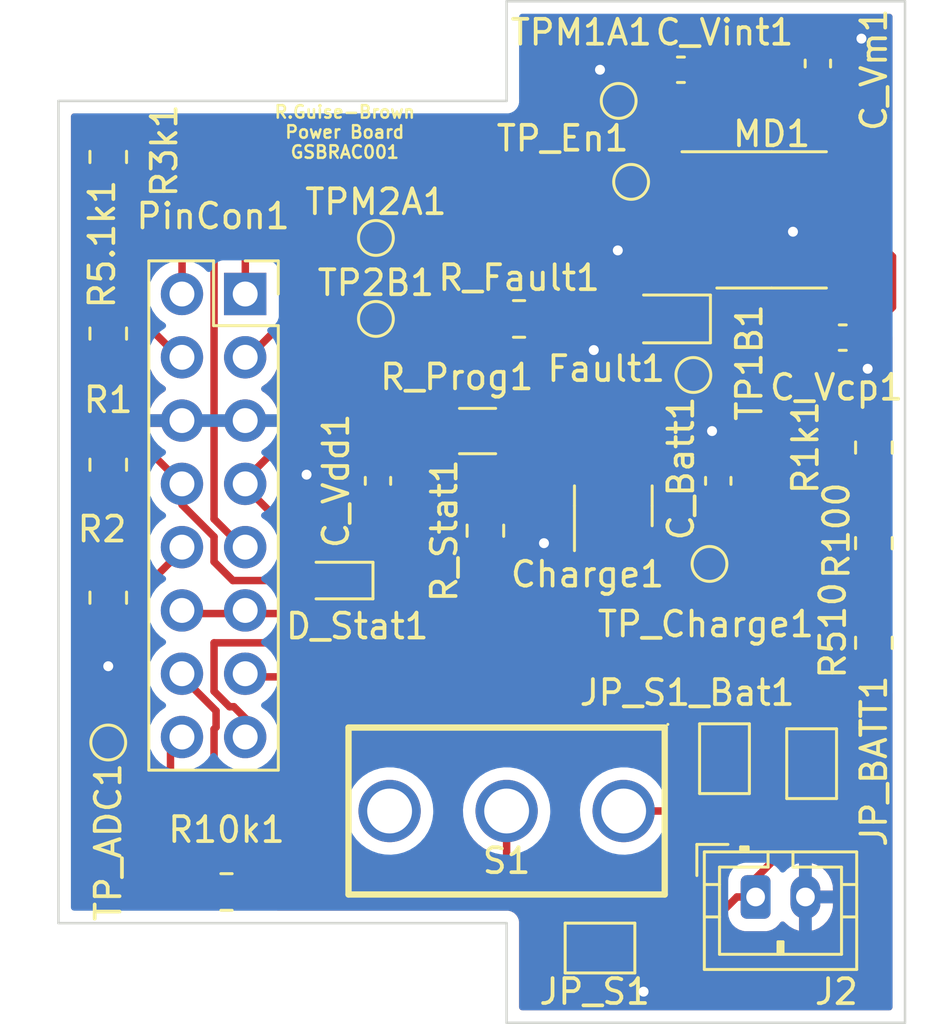
<source format=kicad_pcb>
(kicad_pcb (version 20211014) (generator pcbnew)
  (layers (0 "F.Cu" signal) (31 "B.Cu" signal) (34 "B.Paste" user) (35 "F.Paste" user) (36 "B.SilkS" user "B.Silkscreen") (37 "F.SilkS" user "F.Silkscreen") (38 "B.Mask" user) (39 "F.Mask" user) (44 "Edge.Cuts" user))
  (net 0 "")
  (net 1 "BATT_1")
  (net 2 "GND")
  (net 3 "Net-(C_Vcp1-Pad2)")
  (net 4 "5V_1")
  (net 5 "Net-(C_Vint1-Pad2)")
  (net 6 "VM")
  (net 7 "Net-(D_Stat1-Pad1)")
  (net 8 "Net-(Fault1-Pad2)")
  (net 9 "Net-(JP_S1_Bat1-Pad2)")
  (net 10 "Net-(J2-Pad1)")
  (net 12 "Motor2_A")
  (net 13 "PC6-9 PWM1")
  (net 14 "Motor2_B")
  (net 15 "PC6-9 PWM2")
  (net 16 "Reserve")
  (net 17 "BATT_ADC")
  (net 18 "Motor1_A")
  (net 19 "PC6-9 PWM3")
  (net 20 "Motor1_B")
  (net 21 "PC6-9 PWM4")
  (net 22 "Net-(MD1-Pad8)")
  (net 23 "Net-(Charge1-Pad1)")
  (net 24 "Net-(Charge1-Pad5)")
  (net 25 "Net-(JP_S1-Pad2)")
  (footprint "LED_SMD:LED_0805_2012Metric" (layer "F.Cu") (at 110.5 75.25 180)
    (fp_text reference "Fault1" (at 2.5 -2) (layer "F.SilkS"))
    (fp_text value "LED_Green")
    (fp_line (start 1 -0.96) (end -1.685 -0.96) (layer "F.SilkS") (width 0.12))
    (fp_line (start -1.685 0.96) (end 1 0.96) (layer "F.SilkS") (width 0.12))
    (fp_line (start -1.685 -0.96) (end -1.685 0.96) (layer "F.SilkS") (width 0.12))
    (pad "1" smd roundrect (at -0.9375 0 180) (size 0.975 1.4) (layers "F.Cu" "F.Paste" "F.Mask") (net 2 "GND"))
    (pad "2" smd roundrect (at 0.9375 0 180) (size 0.975 1.4) (layers "F.Cu" "F.Paste" "F.Mask") (net 8 "Net-(Fault1-Pad2)"))
  )
  (footprint "Capacitor_SMD:C_0603_1608Metric" (layer "F.Cu") (at 116.5 65 90)
    (fp_text reference "C_Vm1" (at -0.25 2.25 90) (layer "F.SilkS"))
    (fp_text value "10uF")
    (fp_line (start -0.14058 0.51) (end 0.14058 0.51) (layer "F.SilkS") (width 0.12))
    (fp_line (start -0.14058 -0.51) (end 0.14058 -0.51) (layer "F.SilkS") (width 0.12))
    (pad "1" smd roundrect (at -0.775 0 90) (size 0.9 0.95) (layers "F.Cu" "F.Paste" "F.Mask") (net 6 "VM"))
    (pad "2" smd roundrect (at 0.775 0 90) (size 0.9 0.95) (layers "F.Cu" "F.Paste" "F.Mask") (net 2 "GND"))
  )
  (footprint "LED_SMD:LED_0603_1608Metric" (layer "F.Cu") (at 97.147141 85.75 180)
    (fp_text reference "D_Stat1" (at -0.852859 -1.8325) (layer "F.SilkS"))
    (fp_text value "LED_Red")
    (fp_line (start -1.485 -0.735) (end -1.485 0.735) (layer "F.SilkS") (width 0.12))
    (fp_line (start 0.8 -0.735) (end -1.485 -0.735) (layer "F.SilkS") (width 0.12))
    (fp_line (start -1.485 0.735) (end 0.8 0.735) (layer "F.SilkS") (width 0.12))
    (pad "1" smd roundrect (at -0.7875 0 180) (size 0.875 0.95) (layers "F.Cu" "F.Paste" "F.Mask") (net 7 "Net-(D_Stat1-Pad1)"))
    (pad "2" smd roundrect (at 0.7875 0 180) (size 0.875 0.95) (layers "F.Cu" "F.Paste" "F.Mask") (net 4 "5V_1"))
  )
  (footprint "Resistor_SMD:R_1206_3216Metric" (layer "F.Cu") (at 102.832859 79.75 180)
    (fp_text reference "R_Prog1" (at 0.832859 2.1675) (layer "F.SilkS"))
    (fp_text value "2k")
    (fp_line (start -0.727064 0.91) (end 0.727064 0.91) (layer "F.SilkS") (width 0.12))
    (fp_line (start -0.727064 -0.91) (end 0.727064 -0.91) (layer "F.SilkS") (width 0.12))
    (pad "1" smd roundrect (at -1.4625 0 180) (size 1.125 1.75) (layers "F.Cu" "F.Paste" "F.Mask") (roundrect_rratio 0.2222222222) (net 24 "Net-(Charge1-Pad5)"))
    (pad "2" smd roundrect (at 1.4625 0 180) (size 1.125 1.75) (layers "F.Cu" "F.Paste" "F.Mask") (roundrect_rratio 0.2222222222) (net 2 "GND"))
  )
  (footprint "Resistor_SMD:R_0805_2012Metric" (layer "F.Cu") (at 104.5 75.25)
    (fp_text reference "R_Fault1" (at 0 -1.65) (layer "F.SilkS"))
    (fp_text value "100R")
    (fp_line (start -0.227064 0.735) (end 0.227064 0.735) (layer "F.SilkS") (width 0.12))
    (fp_line (start -0.227064 -0.735) (end 0.227064 -0.735) (layer "F.SilkS") (width 0.12))
    (pad "1" smd roundrect (at -0.9125 0) (size 1.025 1.4) (layers "F.Cu" "F.Paste" "F.Mask") (roundrect_rratio 0.243902439) (net 22 "Net-(MD1-Pad8)"))
    (pad "2" smd roundrect (at 0.9125 0) (size 1.025 1.4) (layers "F.Cu" "F.Paste" "F.Mask") (roundrect_rratio 0.243902439) (net 8 "Net-(Fault1-Pad2)"))
  )
  (footprint "Connector_PinSocket_2.54mm:PinSocket_2x08_P2.54mm_Vertical" (layer "F.Cu") (at 93.5 74.25)
    (fp_text reference "PinCon1" (at -1.29 -3.125) (layer "F.SilkS"))
    (fp_text value "Conn_02x08_Odd_Even")
    (fp_line (start 1.33 -1.33) (end 1.33 0) (layer "F.SilkS") (width 0.12))
    (fp_line (start -1.27 1.27) (end 1.33 1.27) (layer "F.SilkS") (width 0.12))
    (fp_line (start -1.27 -1.33) (end -1.27 1.27) (layer "F.SilkS") (width 0.12))
    (fp_line (start 0 -1.33) (end 1.33 -1.33) (layer "F.SilkS") (width 0.12))
    (fp_line (start -3.87 -1.33) (end -3.87 19.11) (layer "F.SilkS") (width 0.12))
    (fp_line (start -3.87 19.11) (end 1.33 19.11) (layer "F.SilkS") (width 0.12))
    (fp_line (start 1.33 1.27) (end 1.33 19.11) (layer "F.SilkS") (width 0.12))
    (fp_line (start -3.87 -1.33) (end -1.27 -1.33) (layer "F.SilkS") (width 0.12))
    (pad "1" thru_hole rect (at 0 0) (size 1.7 1.7) (drill 1) (layers *.Cu *.Mask) (net 12 "Motor2_A"))
    (pad "2" thru_hole oval (at -2.54 0) (size 1.7 1.7) (drill 1) (layers *.Cu *.Mask) (net 13 "PC6-9 PWM1"))
    (pad "3" thru_hole oval (at 0 2.54) (size 1.7 1.7) (drill 1) (layers *.Cu *.Mask) (net 14 "Motor2_B"))
    (pad "4" thru_hole oval (at -2.54 2.54) (size 1.7 1.7) (drill 1) (layers *.Cu *.Mask) (net 15 "PC6-9 PWM2"))
    (pad "5" thru_hole oval (at 0 5.08) (size 1.7 1.7) (drill 1) (layers *.Cu *.Mask) (net 2 "GND"))
    (pad "6" thru_hole oval (at -2.54 5.08) (size 1.7 1.7) (drill 1) (layers *.Cu *.Mask) (net 2 "GND"))
    (pad "7" thru_hole oval (at 0 7.62) (size 1.7 1.7) (drill 1) (layers *.Cu *.Mask) (net 1 "BATT_1"))
    (pad "8" thru_hole oval (at -2.54 7.62) (size 1.7 1.7) (drill 1) (layers *.Cu *.Mask) (net 1 "BATT_1"))
    (pad "9" thru_hole oval (at 0 10.16) (size 1.7 1.7) (drill 1) (layers *.Cu *.Mask) (net 16 "Reserve"))
    (pad "10" thru_hole oval (at -2.54 10.16) (size 1.7 1.7) (drill 1) (layers *.Cu *.Mask) (net 17 "BATT_ADC"))
    (pad "11" thru_hole oval (at 0 12.7) (size 1.7 1.7) (drill 1) (layers *.Cu *.Mask) (net 4 "5V_1"))
    (pad "12" thru_hole oval (at -2.54 12.7) (size 1.7 1.7) (drill 1) (layers *.Cu *.Mask) (net 4 "5V_1"))
    (pad "13" thru_hole oval (at 0 15.24) (size 1.7 1.7) (drill 1) (layers *.Cu *.Mask) (net 18 "Motor1_A"))
    (pad "14" thru_hole oval (at -2.54 15.24) (size 1.7 1.7) (drill 1) (layers *.Cu *.Mask) (net 19 "PC6-9 PWM3"))
    (pad "15" thru_hole oval (at 0 17.78) (size 1.7 1.7) (drill 1) (layers *.Cu *.Mask) (net 20 "Motor1_B"))
    (pad "16" thru_hole oval (at -2.54 17.78) (size 1.7 1.7) (drill 1) (layers *.Cu *.Mask) (net 21 "PC6-9 PWM4"))
  )
  (footprint "Connector_JST:JST_PH_B2B-PH-K_1x02_P2.00mm_Vertical" (layer "F.Cu") (at 114 98.45)
    (fp_text reference "J2" (at 3.245 3.805) (layer "F.SilkS"))
    (fp_text value "Conn_01x02")
    (fp_line (start 0.9 2.3) (end 0.9 1.8) (layer "F.SilkS") (width 0.12))
    (fp_line (start 0.5 -1.81) (end 0.5 -1.2) (layer "F.SilkS") (width 0.12))
    (fp_line (start 1 2.3) (end 1 1.8) (layer "F.SilkS") (width 0.12))
    (fp_line (start -0.3 -1.81) (end -0.3 -2.01) (layer "F.SilkS") (width 0.12))
    (fp_line (start -2.06 2.91) (end 4.06 2.91) (layer "F.SilkS") (width 0.12))
    (fp_line (start -2.06 0.8) (end -1.45 0.8) (layer "F.SilkS") (width 0.12))
    (fp_line (start 4.06 -0.5) (end 3.45 -0.5) (layer "F.SilkS") (width 0.12))
    (fp_line (start 0.5 -1.2) (end -1.45 -1.2) (layer "F.SilkS") (width 0.12))
    (fp_line (start -2.06 -0.5) (end -1.45 -0.5) (layer "F.SilkS") (width 0.12))
    (fp_line (start 4.06 0.8) (end 3.45 0.8) (layer "F.SilkS") (width 0.12))
    (fp_line (start -2.36 -2.11) (end -2.36 -0.86) (layer "F.SilkS") (width 0.12))
    (fp_line (start -1.45 2.3) (end 3.45 2.3) (layer "F.SilkS") (width 0.12))
    (fp_line (start -0.6 -2.01) (end -0.6 -1.81) (layer "F.SilkS") (width 0.12))
    (fp_line (start -0.3 -2.01) (end -0.6 -2.01) (layer "F.SilkS") (width 0.12))
    (fp_line (start 1.5 -1.2) (end 1.5 -1.81) (layer "F.SilkS") (width 0.12))
    (fp_line (start 4.06 2.91) (end 4.06 -1.81) (layer "F.SilkS") (width 0.12))
    (fp_line (start -1.45 -1.2) (end -1.45 2.3) (layer "F.SilkS") (width 0.12))
    (fp_line (start 4.06 -1.81) (end -2.06 -1.81) (layer "F.SilkS") (width 0.12))
    (fp_line (start 0.9 1.8) (end 1.1 1.8) (layer "F.SilkS") (width 0.12))
    (fp_line (start -0.3 -1.91) (end -0.6 -1.91) (layer "F.SilkS") (width 0.12))
    (fp_line (start 3.45 2.3) (end 3.45 -1.2) (layer "F.SilkS") (width 0.12))
    (fp_line (start 1.1 1.8) (end 1.1 2.3) (layer "F.SilkS") (width 0.12))
    (fp_line (start -1.11 -2.11) (end -2.36 -2.11) (layer "F.SilkS") (width 0.12))
    (fp_line (start 3.45 -1.2) (end 1.5 -1.2) (layer "F.SilkS") (width 0.12))
    (fp_line (start -2.06 -1.81) (end -2.06 2.91) (layer "F.SilkS") (width 0.12))
    (pad "1" thru_hole roundrect (at 0 0) (size 1.2 1.75) (drill 0.75) (layers *.Cu *.Mask) (roundrect_rratio 0.2083333333) (net 10 "Net-(J2-Pad1)"))
    (pad "2" thru_hole oval (at 2 0) (size 1.2 1.75) (drill 0.75) (layers *.Cu *.Mask) (net 2 "GND"))
  )
  (footprint "TestPoint:TestPoint_Pad_D1.0mm" (layer "F.Cu") (at 109 69.75)
    (fp_text reference "TP_En1" (at -2.75 -1.745) (layer "F.SilkS"))
    (fp_text value "TestPoint")
    (fp_circle (center 0 0) (end 0 0.7) (layer "F.SilkS") (width 0.12) (fill none))
    (pad "1" smd circle (at 0 0) (size 1 1) (layers "F.Cu" "F.Mask") (net 16 "Reserve"))
  )
  (footprint "TestPoint:TestPoint_Pad_D1.0mm" (layer "F.Cu") (at 108.5 66.5)
    (fp_text reference "TPM1A1" (at -1.5 -2.75) (layer "F.SilkS"))
    (fp_text value "TestPoint")
    (fp_circle (center 0 0) (end 0 0.7) (layer "F.SilkS") (width 0.12) (fill none))
    (pad "1" smd circle (at 0 0) (size 1 1) (layers "F.Cu" "F.Mask") (net 18 "Motor1_A"))
  )
  (footprint "TestPoint:TestPoint_Pad_D1.0mm" (layer "F.Cu") (at 98.75 72)
    (fp_text reference "TPM2A1" (at 0 -1.448) (layer "F.SilkS"))
    (fp_text value "TestPoint")
    (fp_circle (center 0 0) (end 0 0.7) (layer "F.SilkS") (width 0.12) (fill none))
    (pad "1" smd circle (at 0 0) (size 1 1) (layers "F.Cu" "F.Mask") (net 12 "Motor2_A"))
  )
  (footprint "Resistor_SMD:R_0805_2012Metric" (layer "F.Cu") (at 88 81.10125 -90)
    (fp_text reference "R1" (at -2.60125 0 180) (layer "F.SilkS"))
    (fp_text value "1.2kR")
    (fp_line (start -0.227064 0.735) (end 0.227064 0.735) (layer "F.SilkS") (width 0.12))
    (fp_line (start -0.227064 -0.735) (end 0.227064 -0.735) (layer "F.SilkS") (width 0.12))
    (pad "1" smd roundrect (at -0.9125 0 270) (size 1.025 1.4) (layers "F.Cu" "F.Paste" "F.Mask") (roundrect_rratio 0.243902439) (net 1 "BATT_1"))
    (pad "2" smd roundrect (at 0.9125 0 270) (size 1.025 1.4) (layers "F.Cu" "F.Paste" "F.Mask") (roundrect_rratio 0.243902439) (net 17 "BATT_ADC"))
  )
  (footprint "Resistor_SMD:R_0805_2012Metric" (layer "F.Cu") (at 118.75 88.25 90)
    (fp_text reference "R510" (at 0.5 -1.65 90) (layer "F.SilkS"))
    (fp_text value "510")
    (fp_line (start -0.227064 -0.735) (end 0.227064 -0.735) (layer "F.SilkS") (width 0.12))
    (fp_line (start -0.227064 0.735) (end 0.227064 0.735) (layer "F.SilkS") (width 0.12))
    (pad "1" smd roundrect (at -0.9125 0 90) (size 1.025 1.4) (layers "F.Cu" "F.Paste" "F.Mask") (roundrect_rratio 0.243902439))
    (pad "2" smd roundrect (at 0.9125 0 90) (size 1.025 1.4) (layers "F.Cu" "F.Paste" "F.Mask") (roundrect_rratio 0.243902439))
  )
  (footprint "Resistor_SMD:R_0805_2012Metric" (layer "F.Cu") (at 103.147141 83.75 90)
    (fp_text reference "R_Stat1" (at 0 -1.65 90) (layer "F.SilkS"))
    (fp_text value "470R")
    (fp_line (start -0.227064 0.735) (end 0.227064 0.735) (layer "F.SilkS") (width 0.12))
    (fp_line (start -0.227064 -0.735) (end 0.227064 -0.735) (layer "F.SilkS") (width 0.12))
    (pad "1" smd roundrect (at -0.9125 0 90) (size 1.025 1.4) (layers "F.Cu" "F.Paste" "F.Mask") (roundrect_rratio 0.243902439) (net 7 "Net-(D_Stat1-Pad1)"))
    (pad "2" smd roundrect (at 0.9125 0 90) (size 1.025 1.4) (layers "F.Cu" "F.Paste" "F.Mask") (roundrect_rratio 0.243902439) (net 23 "Net-(Charge1-Pad1)"))
  )
  (footprint "TestPoint:TestPoint_Pad_D1.0mm" (layer "F.Cu") (at 112.147141 85.0825)
    (fp_text reference "TP_Charge1" (at -0.147141 2.4175) (layer "F.SilkS"))
    (fp_text value "TestPoint")
    (fp_circle (center 0 0) (end 0 0.7) (layer "F.SilkS") (width 0.12) (fill none))
    (pad "1" smd circle (at 0 0) (size 1 1) (layers "F.Cu" "F.Mask") (net 1 "BATT_1"))
  )
  (footprint "SS-12D10L5:SW-TH_SS-12D10L5" (layer "F.Cu") (at 104 95 180)
    (fp_text reference "S1" (at 0 -2) (layer "F.SilkS"))
    (fp_text value "SS-12D10L5")
    (fp_line (start -6.350013 3.350013) (end 6.350013 3.350013) (layer "F.SilkS") (width 0.254001))
    (fp_line (start 6.350013 -3.350013) (end -6.350013 -3.350013) (layer "F.SilkS") (width 0.254001))
    (fp_line (start 6.350013 3.350013) (end 6.350013 -3.350013) (layer "F.SilkS") (width 0.254001))
    (fp_line (start -6.350013 -3.350013) (end -6.350013 3.350013) (layer "F.SilkS") (width 0.254001))
    (fp_circle (center -6.477013 3.477013) (end -6.447015 3.477013) (layer "F.SilkS") (width 0.059995) (fill none))
    (pad "1" thru_hole circle locked (at -4.700025 0 180) (size 2.5 2.5) (drill 1.8) (layers *.Cu *.Mask) (net 9 "Net-(JP_S1_Bat1-Pad2)"))
    (pad "2" thru_hole circle locked (at 0 0 180) (size 2.5 2.5) (drill 1.8) (layers *.Cu *.Mask) (net 25 "Net-(JP_S1-Pad2)"))
    (pad "3" thru_hole circle locked (at 4.700025 0 180) (size 2.5 2.5) (drill 1.8) (layers *.Cu *.Mask))
  )
  (footprint "Capacitor_SMD:C_0603_1608Metric" (layer "F.Cu") (at 117.5 76)
    (fp_text reference "C_Vcp1" (at -0.25 2) (layer "F.SilkS"))
    (fp_text value "10nF")
    (fp_line (start -0.14058 -0.51) (end 0.14058 -0.51) (layer "F.SilkS") (width 0.12))
    (fp_line (start -0.14058 0.51) (end 0.14058 0.51) (layer "F.SilkS") (width 0.12))
    (pad "1" smd roundrect (at -0.775 0) (size 0.9 0.95) (layers "F.Cu" "F.Paste" "F.Mask") (net 2 "GND"))
    (pad "2" smd roundrect (at 0.775 0) (size 0.9 0.95) (layers "F.Cu" "F.Paste" "F.Mask") (net 3 "Net-(C_Vcp1-Pad2)"))
  )
  (footprint "Jumper:SolderJumper-2_P1.3mm_Open_Pad1.0x1.5mm" (layer "F.Cu") (at 116.25 93.1 90)
    (fp_text reference "JP_BATT1" (at 0.1 2.5 90) (layer "F.SilkS"))
    (fp_text value "Jumper_2_Open")
    (fp_line (start -1.4 1) (end -1.4 -1) (layer "F.SilkS") (width 0.12))
    (fp_line (start 1.4 1) (end -1.4 1) (layer "F.SilkS") (width 0.12))
    (fp_line (start 1.4 -1) (end 1.4 1) (layer "F.SilkS") (width 0.12))
    (fp_line (start -1.4 -1) (end 1.4 -1) (layer "F.SilkS") (width 0.12))
    (pad "1" smd rect (at -0.65 0 90) (size 1 1.5) (layers "F.Cu" "F.Mask") (net 10 "Net-(J2-Pad1)"))
    (pad "2" smd rect (at 0.65 0 90) (size 1 1.5) (layers "F.Cu" "F.Mask") (net 1 "BATT_1"))
  )
  (footprint "Jumper:SolderJumper-2_P1.3mm_Open_Pad1.0x1.5mm" (layer "F.Cu") (at 112.75 92.9 -90)
    (fp_text reference "JP_S1_Bat1" (at -2.65 1.5 -180) (layer "F.SilkS"))
    (fp_text value "Jumper_2_Open")
    (fp_line (start -1.4 1) (end -1.4 -1) (layer "F.SilkS") (width 0.12))
    (fp_line (start -1.4 -1) (end 1.4 -1) (layer "F.SilkS") (width 0.12))
    (fp_line (start 1.4 1) (end -1.4 1) (layer "F.SilkS") (width 0.12))
    (fp_line (start 1.4 -1) (end 1.4 1) (layer "F.SilkS") (width 0.12))
    (pad "1" smd rect (at -0.65 0 270) (size 1 1.5) (layers "F.Cu" "F.Mask") (net 1 "BATT_1"))
    (pad "2" smd rect (at 0.65 0 270) (size 1 1.5) (layers "F.Cu" "F.Mask") (net 9 "Net-(JP_S1_Bat1-Pad2)"))
  )
  (footprint "Resistor_SMD:R_0805_2012Metric" (layer "F.Cu") (at 88 75.8375 90)
    (fp_text reference "R5.1k1" (at 3.5875 -0.25 90) (layer "F.SilkS"))
    (fp_text value "5.1k")
    (fp_line (start -0.227064 0.735) (end 0.227064 0.735) (layer "F.SilkS") (width 0.12))
    (fp_line (start -0.227064 -0.735) (end 0.227064 -0.735) (layer "F.SilkS") (width 0.12))
    (pad "1" smd roundrect (at -0.9125 0 90) (size 1.025 1.4) (layers "F.Cu" "F.Paste" "F.Mask") (roundrect_rratio 0.243902439))
    (pad "2" smd roundrect (at 0.9125 0 90) (size 1.025 1.4) (layers "F.Cu" "F.Paste" "F.Mask") (roundrect_rratio 0.243902439))
  )
  (footprint "Resistor_SMD:R_0805_2012Metric" (layer "F.Cu") (at 88 86.43875 90)
    (fp_text reference "R2" (at 2.75 -0.25) (layer "F.SilkS"))
    (fp_text value "3.0kR")
    (fp_line (start -0.227064 0.735) (end 0.227064 0.735) (layer "F.SilkS") (width 0.12))
    (fp_line (start -0.227064 -0.735) (end 0.227064 -0.735) (layer "F.SilkS") (width 0.12))
    (pad "1" smd roundrect (at -0.9125 0 90) (size 1.025 1.4) (layers "F.Cu" "F.Paste" "F.Mask") (roundrect_rratio 0.243902439) (net 2 "GND"))
    (pad "2" smd roundrect (at 0.9125 0 90) (size 1.025 1.4) (layers "F.Cu" "F.Paste" "F.Mask") (roundrect_rratio 0.243902439) (net 17 "BATT_ADC"))
  )
  (footprint "Resistor_SMD:R_0805_2012Metric" (layer "F.Cu") (at 92.75 98.25 180)
    (fp_text reference "R10k1" (at 0 2.5) (layer "F.SilkS"))
    (fp_text value "10k")
    (fp_line (start -0.227064 0.735) (end 0.227064 0.735) (layer "F.SilkS") (width 0.12))
    (fp_line (start -0.227064 -0.735) (end 0.227064 -0.735) (layer "F.SilkS") (width 0.12))
    (pad "1" smd roundrect (at -0.9125 0 180) (size 1.025 1.4) (layers "F.Cu" "F.Paste" "F.Mask") (roundrect_rratio 0.243902439))
    (pad "2" smd roundrect (at 0.9125 0 180) (size 1.025 1.4) (layers "F.Cu" "F.Paste" "F.Mask") (roundrect_rratio 0.243902439))
  )
  (footprint "TestPoint:TestPoint_Pad_D1.0mm" (layer "F.Cu") (at 111.5 77.5)
    (fp_text reference "TP1B1" (at 2.25 -0.5 90) (layer "F.SilkS"))
    (fp_text value "TestPoint")
    (fp_circle (center 0 0) (end 0 0.7) (layer "F.SilkS") (width 0.12) (fill none))
    (pad "1" smd circle (at 0 0) (size 1 1) (layers "F.Cu" "F.Mask") (net 20 "Motor1_B"))
  )
  (footprint "Package_TO_SOT_SMD:SOT-23-5" (layer "F.Cu") (at 108.284641 82.75 90)
    (fp_text reference "Charge1" (at -2.75 -1.034641 180) (layer "F.SilkS"))
    (fp_text value "MCP73831-2-OT")
    (fp_line (start 0 1.56) (end -0.8 1.56) (layer "F.SilkS") (width 0.12))
    (fp_line (start 0 -1.56) (end 0.8 -1.56) (layer "F.SilkS") (width 0.12))
    (fp_line (start 0 1.56) (end 0.8 1.56) (layer "F.SilkS") (width 0.12))
    (fp_line (start 0 -1.56) (end -1.8 -1.56) (layer "F.SilkS") (width 0.12))
    (pad "1" smd roundrect (at -1.1375 -0.95 90) (size 1.325 0.6) (layers "F.Cu" "F.Paste" "F.Mask") (net 23 "Net-(Charge1-Pad1)"))
    (pad "2" smd roundrect (at -1.1375 0 90) (size 1.325 0.6) (layers "F.Cu" "F.Paste" "F.Mask") (net 2 "GND"))
    (pad "3" smd roundrect (at -1.1375 0.95 90) (size 1.325 0.6) (layers "F.Cu" "F.Paste" "F.Mask") (net 1 "BATT_1"))
    (pad "4" smd roundrect (at 1.1375 0.95 90) (size 1.325 0.6) (layers "F.Cu" "F.Paste" "F.Mask") (net 4 "5V_1"))
    (pad "5" smd roundrect (at 1.1375 -0.95 90) (size 1.325 0.6) (layers "F.Cu" "F.Paste" "F.Mask") (net 24 "Net-(Charge1-Pad5)"))
  )
  (footprint "Resistor_SMD:R_0805_2012Metric" (layer "F.Cu") (at 88 68.75 90)
    (fp_text reference "R3k1" (at 0.25 2.25 90) (layer "F.SilkS"))
    (fp_text value "3k")
    (fp_line (start -0.227064 0.735) (end 0.227064 0.735) (layer "F.SilkS") (width 0.12))
    (fp_line (start -0.227064 -0.735) (end 0.227064 -0.735) (layer "F.SilkS") (width 0.12))
    (pad "1" smd roundrect (at -0.9125 0 90) (size 1.025 1.4) (layers "F.Cu" "F.Paste" "F.Mask") (roundrect_rratio 0.243902439))
    (pad "2" smd roundrect (at 0.9125 0 90) (size 1.025 1.4) (layers "F.Cu" "F.Paste" "F.Mask") (roundrect_rratio 0.243902439))
  )
  (footprint "Package_SO:TSSOP-16_4.4x5mm_P0.65mm" (layer "F.Cu") (at 114.6425 71.275)
    (fp_text reference "MD1" (at 0 -3.45) (layer "F.SilkS"))
    (fp_text value "DRV8833PW")
    (fp_line (start 0 2.735) (end -2.2 2.735) (layer "F.SilkS") (width 0.12))
    (fp_line (start 0 -2.735) (end 2.2 -2.735) (layer "F.SilkS") (width 0.12))
    (fp_line (start 0 2.735) (end 2.2 2.735) (layer "F.SilkS") (width 0.12))
    (fp_line (start 0 -2.735) (end -3.6 -2.735) (layer "F.SilkS") (width 0.12))
    (pad "1" smd roundrect (at -2.8625 -2.275) (size 1.475 0.4) (layers "F.Cu" "F.Paste" "F.Mask") (net 16 "Reserve"))
    (pad "2" smd roundrect (at -2.8625 -1.625) (size 1.475 0.4) (layers "F.Cu" "F.Paste" "F.Mask") (net 18 "Motor1_A"))
    (pad "3" smd roundrect (at -2.8625 -0.975) (size 1.475 0.4) (layers "F.Cu" "F.Paste" "F.Mask") (net 2 "GND"))
    (pad "4" smd roundrect (at -2.8625 -0.325) (size 1.475 0.4) (layers "F.Cu" "F.Paste" "F.Mask") (net 12 "Motor2_A"))
    (pad "5" smd roundrect (at -2.8625 0.325) (size 1.475 0.4) (layers "F.Cu" "F.Paste" "F.Mask") (net 14 "Motor2_B"))
    (pad "6" smd roundrect (at -2.8625 0.975) (size 1.475 0.4) (layers "F.Cu" "F.Paste" "F.Mask") (net 2 "GND"))
    (pad "7" smd roundrect (at -2.8625 1.625) (size 1.475 0.4) (layers "F.Cu" "F.Paste" "F.Mask") (net 20 "Motor1_B"))
    (pad "8" smd roundrect (at -2.8625 2.275) (size 1.475 0.4) (layers "F.Cu" "F.Paste" "F.Mask") (net 22 "Net-(MD1-Pad8)"))
    (pad "9" smd roundrect (at 2.8625 2.275) (size 1.475 0.4) (layers "F.Cu" "F.Paste" "F.Mask") (net 19 "PC6-9 PWM3"))
    (pad "10" smd roundrect (at 2.8625 1.625) (size 1.475 0.4) (layers "F.Cu" "F.Paste" "F.Mask") (net 21 "PC6-9 PWM4"))
    (pad "11" smd roundrect (at 2.8625 0.975) (size 1.475 0.4) (layers "F.Cu" "F.Paste" "F.Mask") (net 3 "Net-(C_Vcp1-Pad2)"))
    (pad "12" smd roundrect (at 2.8625 0.325) (size 1.475 0.4) (layers "F.Cu" "F.Paste" "F.Mask") (net 6 "VM"))
    (pad "13" smd roundrect (at 2.8625 -0.325) (size 1.475 0.4) (layers "F.Cu" "F.Paste" "F.Mask") (net 2 "GND"))
    (pad "14" smd roundrect (at 2.8625 -0.975) (size 1.475 0.4) (layers "F.Cu" "F.Paste" "F.Mask") (net 5 "Net-(C_Vint1-Pad2)"))
    (pad "15" smd roundrect (at 2.8625 -1.625) (size 1.475 0.4) (layers "F.Cu" "F.Paste" "F.Mask") (net 15 "PC6-9 PWM2"))
    (pad "16" smd roundrect (at 2.8625 -2.275) (size 1.475 0.4) (layers "F.Cu" "F.Paste" "F.Mask") (net 13 "PC6-9 PWM1"))
  )
  (footprint "Capacitor_SMD:C_0603_1608Metric" (layer "F.Cu") (at 112.5 81.75 90)
    (fp_text reference "C_Batt1" (at 0.5 -1.5 90) (layer "F.SilkS"))
    (fp_text value "4.7uF")
    (fp_line (start -0.14058 0.51) (end 0.14058 0.51) (layer "F.SilkS") (width 0.12))
    (fp_line (start -0.14058 -0.51) (end 0.14058 -0.51) (layer "F.SilkS") (width 0.12))
    (pad "1" smd roundrect (at -0.775 0 90) (size 0.9 0.95) (layers "F.Cu" "F.Paste" "F.Mask") (net 1 "BATT_1"))
    (pad "2" smd roundrect (at 0.775 0 90) (size 0.9 0.95) (layers "F.Cu" "F.Paste" "F.Mask") (net 2 "GND"))
  )
  (footprint "Resistor_SMD:R_0805_2012Metric" (layer "F.Cu") (at 118.75 84.25 90)
    (fp_text reference "R100" (at 0.5 -1.5 90) (layer "F.SilkS"))
    (fp_text value "100R")
    (fp_line (start -0.227064 -0.735) (end 0.227064 -0.735) (layer "F.SilkS") (width 0.12))
    (fp_line (start -0.227064 0.735) (end 0.227064 0.735) (layer "F.SilkS") (width 0.12))
    (pad "1" smd roundrect (at -0.9125 0 90) (size 1.025 1.4) (layers "F.Cu" "F.Paste" "F.Mask") (roundrect_rratio 0.243902439))
    (pad "2" smd roundrect (at 0.9125 0 90) (size 1.025 1.4) (layers "F.Cu" "F.Paste" "F.Mask") (roundrect_rratio 0.243902439))
  )
  (footprint "Resistor_SMD:R_0805_2012Metric" (layer "F.Cu") (at 118.75 80.4125 90)
    (fp_text reference "R1k1" (at 0 -2.75 90) (layer "F.SilkS"))
    (fp_text value "1k")
    (fp_line (start -0.227064 -0.735) (end 0.227064 -0.735) (layer "F.SilkS") (width 0.12))
    (fp_line (start -0.227064 0.735) (end 0.227064 0.735) (layer "F.SilkS") (width 0.12))
    (pad "1" smd roundrect (at -0.9125 0 90) (size 1.025 1.4) (layers "F.Cu" "F.Paste" "F.Mask") (roundrect_rratio 0.243902439))
    (pad "2" smd roundrect (at 0.9125 0 90) (size 1.025 1.4) (layers "F.Cu" "F.Paste" "F.Mask") (roundrect_rratio 0.243902439))
  )
  (footprint "Jumper:SolderJumper-2_P1.3mm_Open_Pad1.0x1.5mm" (layer "F.Cu") (at 107.75 100.5 180)
    (fp_text reference "JP_S1" (at 0.215 -1.75) (layer "F.SilkS"))
    (fp_text value "Jumper_2_Open")
    (fp_line (start 1.4 -1) (end 1.4 1) (layer "F.SilkS") (width 0.12))
    (fp_line (start 1.4 1) (end -1.4 1) (layer "F.SilkS") (width 0.12))
    (fp_line (start -1.4 -1) (end 1.4 -1) (layer "F.SilkS") (width 0.12))
    (fp_line (start -1.4 1) (end -1.4 -1) (layer "F.SilkS") (width 0.12))
    (pad "1" smd rect (at -0.65 0 180) (size 1 1.5) (layers "F.Cu" "F.Mask") (net 10 "Net-(J2-Pad1)"))
    (pad "2" smd rect (at 0.65 0 180) (size 1 1.5) (layers "F.Cu" "F.Mask") (net 25 "Net-(JP_S1-Pad2)"))
  )
  (footprint "TestPoint:TestPoint_Pad_D1.0mm" (layer "F.Cu") (at 88 92.25)
    (fp_text reference "TP_ADC1" (at 0 4 90) (layer "F.SilkS"))
    (fp_text value "TestPoint")
    (fp_circle (center 0 0) (end 0 0.7) (layer "F.SilkS") (width 0.12) (fill none))
    (pad "1" smd circle (at 0 0) (size 1 1) (layers "F.Cu" "F.Mask") (net 17 "BATT_ADC"))
  )
  (footprint "TestPoint:TestPoint_Pad_D1.0mm" (layer "F.Cu") (at 98.75 75.25)
    (fp_text reference "TP2B1" (at 0 -1.448) (layer "F.SilkS"))
    (fp_text value "TestPoint")
    (fp_circle (center 0 0) (end 0 0.7) (layer "F.SilkS") (width 0.12) (fill none))
    (pad "1" smd circle (at 0 0) (size 1 1) (layers "F.Cu" "F.Mask") (net 14 "Motor2_B"))
  )
  (footprint "Capacitor_SMD:C_0603_1608Metric" (layer "F.Cu") (at 111 65.25)
    (fp_text reference "C_Vint1" (at 1.75 -1.5) (layer "F.SilkS"))
    (fp_text value "2.2uF")
    (fp_line (start -0.14058 -0.51) (end 0.14058 -0.51) (layer "F.SilkS") (width 0.12))
    (fp_line (start -0.14058 0.51) (end 0.14058 0.51) (layer "F.SilkS") (width 0.12))
    (pad "1" smd roundrect (at -0.775 0) (size 0.9 0.95) (layers "F.Cu" "F.Paste" "F.Mask") (net 2 "GND"))
    (pad "2" smd roundrect (at 0.775 0) (size 0.9 0.95) (layers "F.Cu" "F.Paste" "F.Mask") (net 5 "Net-(C_Vint1-Pad2)"))
  )
  (footprint "Capacitor_SMD:C_0603_1608Metric" (layer "F.Cu") (at 98.832859 81.75 90)
    (fp_text reference "C_Vdd1" (at 0 -1.685718 90) (layer "F.SilkS"))
    (fp_text value "4.7uF")
    (fp_line (start -0.14058 -0.51) (end 0.14058 -0.51) (layer "F.SilkS") (width 0.12))
    (fp_line (start -0.14058 0.51) (end 0.14058 0.51) (layer "F.SilkS") (width 0.12))
    (pad "1" smd roundrect (at -0.775 0 90) (size 0.9 0.95) (layers "F.Cu" "F.Paste" "F.Mask") (net 4 "5V_1"))
    (pad "2" smd roundrect (at 0.775 0 90) (size 0.9 0.95) (layers "F.Cu" "F.Paste" "F.Mask") (net 2 "GND"))
  )
  (gr_line (start 86 66.5) (end 104 66.5) (layer "Edge.Cuts") (width 0.1))
  (gr_line (start 120 103.5) (end 120 62.5) (layer "Edge.Cuts") (width 0.1))
  (gr_line (start 86 99.5) (end 104 99.5) (layer "Edge.Cuts") (width 0.1))
  (gr_line (start 104 99.5) (end 104 103.5) (layer "Edge.Cuts") (width 0.1))
  (gr_line (start 104 103.5) (end 120 103.5) (layer "Edge.Cuts") (width 0.1))
  (gr_line (start 104 66.5) (end 104 62.5) (layer "Edge.Cuts") (width 0.1))
  (gr_line (start 86 99.5) (end 86 66.5) (layer "Edge.Cuts") (width 0.1))
  (gr_line (start 104 62.5) (end 120 62.5) (layer "Edge.Cuts") (width 0.1))
  (gr_text "R.Guise-Brown\nPower Board\nGSBRAC001" (at 97.5 67.75) (layer "F.SilkS") (effects (font (size 0.5 0.5) (thickness 0.1))))
  (segment (start 90.965 81.995) (end 90.965 82.71) (width 0.3) (layer "F.Cu") (net 1))
  (segment (start 89.27875 80.18875) (end 90.96 81.87) (width 0.3) (layer "F.Cu") (net 1))
  (segment (start 110.775 82.525) (end 110.172621 81.922621) (width 0.3) (layer "F.Cu") (net 1))
  (segment (start 88 80.18875) (end 89.27875 80.18875) (width 0.3) (layer "F.Cu") (net 1))
  (segment (start 86.75 93.5) (end 89.75 96.5) (width 0.3) (layer "F.Cu") (net 1))
  (segment (start 110.172621 78.25) (end 96.955027 78.25) (width 0.3) (layer "F.Cu") (net 1))
  (segment (start 92.25 84.995) (end 93.005 85.75) (width 0.3) (layer "F.Cu") (net 1))
  (segment (start 96 96.5) (end 96.5 97) (width 0.3) (layer "F.Cu") (net 1))
  (segment (start 112.147141 85.0825) (end 112.147141 82.877859) (width 0.3) (layer "F.Cu") (net 1))
  (segment (start 112.75 92.25) (end 116.05 92.25) (width 0.3) (layer "F.Cu") (net 1))
  (segment (start 95.505 83.995) (end 93.505 81.995) (width 0.3) (layer "F.Cu") (net 1))
  (segment (start 93.505 81.700027) (end 93.505 81.995) (width 0.3) (layer "F.Cu") (net 1))
  (segment (start 96.5 97) (end 101.5 97) (width 0.3) (layer "F.Cu") (net 1))
  (segment (start 89.75 96.5) (end 96 96.5) (width 0.3) (layer "F.Cu") (net 1))
  (segment (start 86.75 93.5) (end 86.75 81.43875) (width 0.3) (layer "F.Cu") (net 1))
  (segment (start 95.005 85.75) (end 95.505 85.25) (width 0.3) (layer "F.Cu") (net 1))
  (segment (start 101.5 93) (end 102.25 92.25) (width 0.3) (layer "F.Cu") (net 1))
  (segment (start 116.05 92.25) (end 116.25 92.45) (width 0.3) (layer "F.Cu") (net 1))
  (segment (start 92.25 83.995) (end 92.25 84.995) (width 0.3) (layer "F.Cu") (net 1))
  (segment (start 110.172621 81.922621) (end 110.172621 78.25) (width 0.3) (layer "F.Cu") (net 1))
  (segment (start 112.147141 82.877859) (end 112.5 82.525) (width 0.3) (layer "F.Cu") (net 1))
  (segment (start 95.505 85.25) (end 95.505 83.995) (width 0.3) (layer "F.Cu") (net 1))
  (segment (start 109.234641 83.8875) (end 110.429641 85.0825) (width 0.3) (layer "F.Cu") (net 1))
  (segment (start 101.5 97) (end 101.5 93) (width 0.3) (layer "F.Cu") (net 1))
  (segment (start 96.955027 78.25) (end 93.505 81.700027) (width 0.3) (layer "F.Cu") (net 1))
  (segment (start 110.429641 85.0825) (end 112.147141 85.0825) (width 0.3) (layer "F.Cu") (net 1))
  (segment (start 112.75 92.25) (end 102.25 92.25) (width 0.3) (layer "F.Cu") (net 1))
  (segment (start 90.965 82.71) (end 92.25 83.995) (width 0.3) (layer "F.Cu") (net 1))
  (segment (start 112.5 82.525) (end 110.775 82.525) (width 0.3) (layer "F.Cu") (net 1))
  (segment (start 86.75 81.43875) (end 88 80.18875) (width 0.3) (layer "F.Cu") (net 1))
  (segment (start 93.005 85.75) (end 95.005 85.75) (width 0.3) (layer "F.Cu") (net 1))
  (segment (start 108.715 72.25) (end 111.78 72.25) (width 0.3) (layer "F.Cu") (net 2))
  (segment (start 112.81 70.3) (end 113.505 70.995) (width 0.3) (layer "F.Cu") (net 2))
  (segment (start 113.505 71.463821) (end 112.718821 72.25) (width 0.3) (layer "F.Cu") (net 2))
  (segment (start 112.718821 72.25) (end 111.78 72.25) (width 0.3) (layer "F.Cu") (net 2))
  (segment (start 88 89.18875) (end 88 87.35125) (width 0.3) (layer "F.Cu") (net 2))
  (segment (start 88 87.35125) (end 88.07 87.35125) (width 0.3) (layer "F.Cu") (net 2))
  (segment (start 115.5 71.75) (end 116.3 70.95) (width 0.3) (layer "F.Cu") (net 2))
  (segment (start 111.78 70.3) (end 112.81 70.3) (width 0.3) (layer "F.Cu") (net 2))
  (segment (start 108.465 72.5) (end 108.715 72.25) (width 0.3) (layer "F.Cu") (net 2))
  (segment (start 113.505 70.995) (end 113.505 71.463821) (width 0.3) (layer "F.Cu") (net 2))
  (segment (start 116.3 70.95) (end 117.505 70.95) (width 0.3) (layer "F.Cu") (net 2))
  (via (at 107.5 76.5) (size 0.8) (drill 0.4) (layers "F.Cu" "B.Cu") (net 2))
  (via (at 118.25 64) (size 0.8) (drill 0.4) (layers "F.Cu" "B.Cu") (net 2))
  (via (at 108.465 72.5) (size 0.8) (drill 0.4) (layers "F.Cu" "B.Cu") (net 2))
  (via (at 112.25 79.75) (size 0.8) (drill 0.4) (layers "F.Cu" "B.Cu") (net 2))
  (via (at 88 89.18875) (size 0.8) (drill 0.4) (layers "F.Cu" "B.Cu") (net 2))
  (via (at 95.965 81.5) (size 0.8) (drill 0.4) (layers "F.Cu" "B.Cu") (net 2))
  (via (at 115.5 71.75) (size 0.8) (drill 0.4) (layers "F.Cu" "B.Cu") (net 2))
  (via (at 109.5 102.25) (size 0.8) (drill 0.4) (layers "F.Cu" "B.Cu") (net 2))
  (via (at 105.5 84.25) (size 0.8) (drill 0.4) (layers "F.Cu" "B.Cu") (net 2))
  (via (at 118.5 77.25) (size 0.8) (drill 0.4) (layers "F.Cu" "B.Cu") (net 2))
  (via (at 107.75 65.25) (size 0.8) (drill 0.4) (layers "F.Cu" "B.Cu") (net 2))
  (segment (start 119.5 74.775) (end 119.5 72.75) (width 0.3) (layer "F.Cu") (net 3))
  (segment (start 119.5 72.75) (end 118.95 72.2) (width 0.3) (layer "F.Cu") (net 3))
  (segment (start 117.555 72.2) (end 117.505 72.25) (width 0.3) (layer "F.Cu") (net 3))
  (segment (start 118.95 72.2) (end 117.555 72.2) (width 0.3) (layer "F.Cu") (net 3))
  (segment (start 118.275 76) (end 119.5 74.775) (width 0.3) (layer "F.Cu") (net 3))
  (segment (start 93.505 87.075) (end 95.034641 87.075) (width 0.3) (layer "F.Cu") (net 4))
  (segment (start 107.971661 82.87548) (end 107.927734 82.87548) (width 0.3) (layer "F.Cu") (net 4))
  (segment (start 95.034641 87.075) (end 96.359641 85.75) (width 0.3) (layer "F.Cu") (net 4))
  (segment (start 107.927734 82.87548) (end 107.809641 82.993573) (width 0.3) (layer "F.Cu") (net 4))
  (segment (start 96.359641 85.75) (end 98.359641 83.75) (width 0.3) (layer "F.Cu") (net 4))
  (segment (start 100.832859 82.75) (end 99.057859 82.75) (width 0.3) (layer "F.Cu") (net 4))
  (segment (start 107.809641 82.993573) (end 107.691548 82.87548) (width 0.3) (layer "F.Cu") (net 4))
  (segment (start 106.968036 82.885177) (end 105.832859 81.75) (width 0.3) (layer "F.Cu") (net 4))
  (segment (start 90.965 87.075) (end 93.505 87.075) (width 0.3) (layer "F.Cu") (net 4))
  (segment (start 99.057859 82.75) (end 98.832859 82.525) (width 0.3) (layer "F.Cu") (net 4))
  (segment (start 109.234641 81.6125) (end 107.971661 82.87548) (width 0.3) (layer "F.Cu") (net 4))
  (segment (start 98.359641 83.75) (end 98.832859 83.75) (width 0.3) (layer "F.Cu") (net 4))
  (segment (start 101.832859 81.75) (end 100.832859 82.75) (width 0.3) (layer "F.Cu") (net 4))
  (segment (start 107.691548 82.87548) (end 106.977734 82.87548) (width 0.3) (layer "F.Cu") (net 4))
  (segment (start 105.832859 81.75) (end 101.832859 81.75) (width 0.3) (layer "F.Cu") (net 4))
  (segment (start 98.832859 83.75) (end 98.832859 82.525) (width 0.3) (layer "F.Cu") (net 4))
  (segment (start 106.977734 82.87548) (end 106.968036 82.885177) (width 0.3) (layer "F.Cu") (net 4))
  (segment (start 115.81 70.3) (end 115.505 69.995) (width 0.3) (layer "F.Cu") (net 5))
  (segment (start 117.505 70.3) (end 115.81 70.3) (width 0.3) (layer "F.Cu") (net 5))
  (segment (start 115.505 68.98) (end 115.505 69.995) (width 0.3) (layer "F.Cu") (net 5))
  (segment (start 111.775 65.25) (end 115.505 68.98) (width 0.3) (layer "F.Cu") (net 5))
  (segment (start 116.5 66.275) (end 117.975 67.75) (width 0.3) (layer "F.Cu") (net 6))
  (segment (start 118.75 67.75) (end 117.975 67.75) (width 0.3) (layer "F.Cu") (net 6))
  (segment (start 119.25 68.25) (end 118.75 67.75) (width 0.3) (layer "F.Cu") (net 6))
  (segment (start 118.9 71.6) (end 119.25 71.25) (width 0.3) (layer "F.Cu") (net 6))
  (segment (start 116.5 65.775) (end 116.5 66.275) (width 0.3) (layer "F.Cu") (net 6))
  (segment (start 117.505 71.6) (end 118.9 71.6) (width 0.3) (layer "F.Cu") (net 6))
  (segment (start 119.25 71.25) (end 119.25 68.25) (width 0.3) (layer "F.Cu") (net 6))
  (segment (start 103.147141 84.6625) (end 102.059641 85.75) (width 0.3) (layer "F.Cu") (net 7))
  (segment (start 102.059641 85.75) (end 97.934641 85.75) (width 0.3) (layer "F.Cu") (net 7))
  (segment (start 105.4125 75.25) (end 109.5625 75.25) (width 0.3) (layer "F.Cu") (net 8))
  (segment (start 108.700025 95) (end 111.3 95) (width 0.3) (layer "F.Cu") (net 9))
  (segment (start 111.3 95) (end 112.75 93.55) (width 0.3) (layer "F.Cu") (net 9))
  (segment (start 108.4 100.5) (end 111.2 100.5) (width 0.3) (layer "F.Cu") (net 10))
  (segment (start 116.25 95.45) (end 114 97.7) (width 0.3) (layer "F.Cu") (net 10))
  (segment (start 111.2 100.5) (end 113.25 98.45) (width 0.3) (layer "F.Cu") (net 10))
  (segment (start 114 97.7) (end 114 98.45) (width 0.3) (layer "F.Cu") (net 10))
  (segment (start 116.25 95.45) (end 116.25 93.75) (width 0.3) (layer "F.Cu") (net 10))
  (segment (start 113.25 98.45) (end 114 98.45) (width 0.3) (layer "F.Cu") (net 10))
  (segment (start 106.9675 70.95) (end 111.78 70.95) (width 0.3) (layer "F.Cu") (net 12))
  (segment (start 93.505 70.75) (end 98.75 70.75) (width 0.3) (layer "F.Cu") (net 12))
  (segment (start 98.75 70.75) (end 106.7675 70.75) (width 0.3) (layer "F.Cu") (net 12))
  (segment (start 106.7675 70.75) (end 106.9675 70.95) (width 0.3) (layer "F.Cu") (net 12))
  (segment (start 98.75 72) (end 98.75 70.75) (width 0.25) (layer "F.Cu") (net 12))
  (segment (start 93.505 74.375) (end 93.505 70.75) (width 0.3) (layer "F.Cu") (net 12))
  (segment (start 113.25 64.25) (end 113.25 66) (width 0.3) (layer "F.Cu") (net 13))
  (segment (start 106.505 67.495) (end 106.505 64.25) (width 0.3) (layer "F.Cu") (net 13))
  (segment (start 90.965 74.375) (end 90.965 68.79) (width 0.3) (layer "F.Cu") (net 13))
  (segment (start 116.25 69) (end 117.505 69) (width 0.3) (layer "F.Cu") (net 13))
  (segment (start 90.965 68.79) (end 91.005 68.75) (width 0.3) (layer "F.Cu") (net 13))
  (segment (start 113.25 66) (end 116.25 69) (width 0.3) (layer "F.Cu") (net 13))
  (segment (start 91.005 68.75) (end 105.25 68.75) (width 0.3) (layer "F.Cu") (net 13))
  (segment (start 106.505 64.25) (end 113.25 64.25) (width 0.3) (layer "F.Cu") (net 13))
  (segment (start 105.25 68.75) (end 106.505 67.495) (width 0.3) (layer "F.Cu") (net 13))
  (segment (start 102.5 73.75) (end 104.65 71.6) (width 0.3) (layer "F.Cu") (net 14))
  (segment (start 104.65 71.6) (end 111.78 71.6) (width 0.3) (layer "F.Cu") (net 14))
  (segment (start 95.18 73.75) (end 98.75 73.75) (width 0.3) (layer "F.Cu") (net 14))
  (segment (start 93.505 76.915) (end 95.18 75.24) (width 0.3) (layer "F.Cu") (net 14))
  (segment (start 98.75 73.75) (end 102.5 73.75) (width 0.3) (layer "F.Cu") (net 14))
  (segment (start 98.75 75.25) (end 98.75 73.75) (width 0.25) (layer "F.Cu") (net 14))
  (segment (start 95.18 75.24) (end 95.18 73.75) (width 0.3) (layer "F.Cu") (net 14))
  (segment (start 116.95048 68.45048) (end 114 65.5) (width 0.3) (layer "F.Cu") (net 15))
  (segment (start 114 63.25) (end 105.505 63.25) (width 0.3) (layer "F.Cu") (net 15))
  (segment (start 118.59202 68.713803) (end 118.328697 68.45048) (width 0.3) (layer "F.Cu") (net 15))
  (segment (start 118.328697 68.45048) (end 116.95048 68.45048) (width 0.3) (layer "F.Cu") (net 15))
  (segment (start 117.505 69.65) (end 118.228217 69.65) (width 0.3) (layer "F.Cu") (net 15))
  (segment (start 114 65.5) (end 114 63.25) (width 0.3) (layer "F.Cu") (net 15))
  (segment (start 118.59202 69.286197) (end 118.59202 68.713803) (width 0.3) (layer "F.Cu") (net 15))
  (segment (start 89.505 75.455) (end 90.965 76.915) (width 0.3) (layer "F.Cu") (net 15))
  (segment (start 89.505 67.25) (end 89.505 75.455) (width 0.3) (layer "F.Cu") (net 15))
  (segment (start 105.505 67.25) (end 89.505 67.25) (width 0.3) (layer "F.Cu") (net 15))
  (segment (start 105.505 63.25) (end 105.505 67.25) (width 0.3) (layer "F.Cu") (net 15))
  (segment (start 118.228217 69.65) (end 118.59202 69.286197) (width 0.3) (layer "F.Cu") (net 15))
  (segment (start 111.03 68.25) (end 111.78 69) (width 0.3) (layer "F.Cu") (net 16))
  (segment (start 93.298093 69.75048) (end 105.74952 69.75048) (width 0.3) (layer "F.Cu") (net 16))
  (segment (start 106.80048 68.69952) (end 107.25 68.25) (width 0.3) (layer "F.Cu") (net 16))
  (segment (start 107.25 68.25) (end 111.03 68.25) (width 0.3) (layer "F.Cu") (net 16))
  (segment (start 92.25 83.28) (end 92.25 70.798573) (width 0.3) (layer "F.Cu") (net 16))
  (segment (start 93.505 84.535) (end 92.25 83.28) (width 0.3) (layer "F.Cu") (net 16))
  (segment (start 109.005 69.995) (end 108.09596 69.995) (width 0.3) (layer "F.Cu") (net 16))
  (segment (start 108.09596 69.995) (end 106.80048 68.69952) (width 0.3) (layer "F.Cu") (net 16))
  (segment (start 105.74952 69.75048) (end 106.80048 68.69952) (width 0.3) (layer "F.Cu") (net 16))
  (segment (start 92.25 70.798573) (end 93.298093 69.75048) (width 0.3) (layer "F.Cu") (net 16))
  (segment (start 88 90.75) (end 88 92.25) (width 0.3) (layer "F.Cu") (net 17))
  (segment (start 89.5 86) (end 89.5 89.25) (width 0.3) (layer "F.Cu") (net 17))
  (segment (start 90.965 84.535) (end 89.5 86) (width 0.3) (layer "F.Cu") (net 17))
  (segment (start 89.5 89.25) (end 88 90.75) (width 0.3) (layer "F.Cu") (net 17))
  (segment (start 88 82.01375) (end 88 85.52625) (width 0.25) (layer "F.Cu") (net 17))
  (segment (start 89.02625 85.52625) (end 89.5 86) (width 0.25) (layer "F.Cu") (net 17))
  (segment (start 88 85.52625) (end 89.02625 85.52625) (width 0.25) (layer "F.Cu") (net 17))
  (segment (start 112.25 67) (end 109 67) (width 0.3) (layer "F.Cu") (net 18))
  (segment (start 98.385 89.615) (end 100.5 87.5) (width 0.3) (layer "F.Cu") (net 18))
  (segment (start 93.505 89.615) (end 98.385 89.615) (width 0.3) (layer "F.Cu") (net 18))
  (segment (start 114.25 74) (end 114.25 70.7475) (width 0.3) (layer "F.Cu") (net 18))
  (segment (start 109 67) (end 108.5 66.5) (width 0.3) (layer "F.Cu") (net 18))
  (segment (start 113.1525 69.65) (end 111.78 69.65) (width 0.3) (layer "F.Cu") (net 18))
  (segment (start 113.1525 69.65) (end 113.1525 67.9025) (width 0.3) (layer "F.Cu") (net 18))
  (segment (start 115 78.25) (end 114 77.25) (width 0.3) (layer "F.Cu") (net 18))
  (segment (start 115 87.5) (end 115 78.25) (width 0.3) (layer "F.Cu") (net 18))
  (segment (start 100.5 87.5) (end 115 87.5) (width 0.3) (layer "F.Cu") (net 18))
  (segment (start 114.25 70.7475) (end 113.1525 69.65) (width 0.3) (layer "F.Cu") (net 18))
  (segment (start 114 74.25) (end 114.25 74) (width 0.3) (layer "F.Cu") (net 18))
  (segment (start 113.1525 67.9025) (end 112.25 67) (width 0.3) (layer "F.Cu") (net 18))
  (segment (start 114 77.25) (end 114 74.25) (width 0.3) (layer "F.Cu") (net 18))
  (segment (start 95.75 94.169511) (end 95.75 91.344375) (width 0.3) (layer "F.Cu") (net 19))
  (segment (start 90.965 89.615) (end 92.330489 90.980489) (width 0.3) (layer "F.Cu") (net 19))
  (segment (start 114.75 74.58548) (end 115.78548 73.55) (width 0.3) (layer "F.Cu") (net 19))
  (segment (start 115.78548 73.55) (end 117.505 73.55) (width 0.3) (layer "F.Cu") (net 19))
  (segment (start 92.330489 90.980489) (end 92.330489 91.633145) (width 0.3) (layer "F.Cu") (net 19))
  (segment (start 102.25 89.25) (end 115 89.25) (width 0.3) (layer "F.Cu") (net 19))
  (segment (start 115 89.25) (end 116.25 88) (width 0.3) (layer "F.Cu") (net 19))
  (segment (start 95.75 91.344375) (end 96.599375 90.495) (width 0.3) (layer "F.Cu") (net 19))
  (segment (start 92.330489 94.169511) (end 95.75 94.169511) (width 0.3) (layer "F.Cu") (net 19))
  (segment (start 114.75 76.75) (end 114.75 74.58548) (width 0.3) (layer "F.Cu") (net 19))
  (segment (start 92.25 91.713634) (end 92.25 94.089022) (width 0.3) (layer "F.Cu") (net 19))
  (segment (start 101.005 90.495) (end 102.25 89.25) (width 0.3) (layer "F.Cu") (net 19))
  (segment (start 96.599375 90.495) (end 101.005 90.495) (width 0.3) (layer "F.Cu") (net 19))
  (segment (start 92.330489 91.633145) (end 92.25 91.713634) (width 0.3) (layer "F.Cu") (net 19))
  (segment (start 92.25 94.089022) (end 92.330489 94.169511) (width 0.3) (layer "F.Cu") (net 19))
  (segment (start 116.25 78.25) (end 114.75 76.75) (width 0.3) (layer "F.Cu") (net 19))
  (segment (start 116.25 88) (end 116.25 78.25) (width 0.3) (layer "F.Cu") (net 19))
  (segment (start 113 78.1325) (end 113 77.25) (width 0.3) (layer "F.Cu") (net 20))
  (segment (start 92.25 90.193572) (end 92.25 88.25) (width 0.3) (layer "F.Cu") (net 20))
  (segment (start 113.465 73.25) (end 113.115 72.9) (width 0.3) (layer "F.Cu") (net 20))
  (segment (start 113.115 72.9) (end 111.78 72.9) (width 0.3) (layer "F.Cu") (net 20))
  (segment (start 114 78.5) (end 113.6325 78.1325) (width 0.3) (layer "F.Cu") (net 20))
  (segment (start 93.505 91.27601) (end 93.043501 90.814511) (width 0.3) (layer "F.Cu") (net 20))
  (segment (start 113.6325 78.1325) (end 113 78.1325) (width 0.3) (layer "F.Cu") (net 20))
  (segment (start 111.5 77.5) (end 112.75 77.5) (width 0.25) (layer "F.Cu") (net 20))
  (segment (start 92.870939 90.814511) (end 92.25 90.193572) (width 0.3) (layer "F.Cu") (net 20))
  (segment (start 113.0725 74.285) (end 113.465 73.8925) (width 0.3) (layer "F.Cu") (net 20))
  (segment (start 113.465 73.8925) (end 113.465 73.25) (width 0.3) (layer "F.Cu") (net 20))
  (segment (start 97.25 88.25) (end 97.257859 88.257859) (width 0.3) (layer "F.Cu") (net 20))
  (segment (start 93.043501 90.814511) (end 92.870939 90.814511) (width 0.3) (layer "F.Cu") (net 20))
  (segment (start 112.75 77.5) (end 113 77.25) (width 0.25) (layer "F.Cu") (net 20))
  (segment (start 97.257859 88.257859) (end 99.015718 86.5) (width 0.3) (layer "F.Cu") (net 20))
  (segment (start 114 86.5) (end 114 78.5) (width 0.3) (layer "F.Cu") (net 20))
  (segment (start 113 77.25) (end 113 74.285) (width 0.3) (layer "F.Cu") (net 20))
  (segment (start 99.015718 86.5) (end 114 86.5) (width 0.3) (layer "F.Cu") (net 20))
  (segment (start 92.25 88.25) (end 97.25 88.25) (width 0.3) (layer "F.Cu") (net 20))
  (segment (start 93.505 92.155) (end 93.505 91.27601) (width 0.3) (layer "F.Cu") (net 20))
  (segment (start 113 74.285) (end 113.0725 74.285) (width 0.3) (layer "F.Cu") (net 20))
  (segment (start 117.25 88.5) (end 117.25 78.035) (width 0.3) (layer "F.Cu") (net 21))
  (segment (start 90.965 92.155) (end 90.5 92.62) (width 0.3) (layer "F.Cu") (net 21))
  (segment (start 117.25 78.035) (end 115.715 76.5) (width 0.3) (layer "F.Cu") (net 21))
  (segment (start 115.715 76.5) (end 115.715 74.75) (width 0.3) (layer "F.Cu") (net 21))
  (segment (start 119 74) (end 119 73.671783) (width 0.3) (layer "F.Cu") (net 21))
  (segment (start 115.715 74.75) (end 115.965 74.5) (width 0.3) (layer "F.Cu") (net 21))
  (segment (start 103.005 89.995) (end 115.755 89.995) (width 0.3) (layer "F.Cu") (net 21))
  (segment (start 97.25 91.25) (end 101.75 91.25) (width 0.3) (layer "F.Cu") (net 21))
  (segment (start 97.25 94.995) (end 97.25 91.25) (width 0.3) (layer "F.Cu") (net 21))
  (segment (start 115.965 74.5) (end 118.5 74.5) (width 0.3) (layer "F.Cu") (net 21))
  (segment (start 119 73.671783) (end 118.228217 72.9) (width 0.3) (layer "F.Cu") (net 21))
  (segment (start 90.5 94.995) (end 97.25 94.995) (width 0.3) (layer "F.Cu") (net 21))
  (segment (start 90.5 92.62) (end 90.5 94.995) (width 0.3) (layer "F.Cu") (net 21))
  (segment (start 101.75 91.25) (end 103.005 89.995) (width 0.3) (layer "F.Cu") (net 21))
  (segment (start 115.755 89.995) (end 117.25 88.5) (width 0.3) (layer "F.Cu") (net 21))
  (segment (start 118.228217 72.9) (end 117.505 72.9) (width 0.3) (layer "F.Cu") (net 21))
  (segment (start 118.5 74.5) (end 119 74) (width 0.3) (layer "F.Cu") (net 21))
  (segment (start 103.5875 74.1625) (end 104.2 73.55) (width 0.3) (layer "F.Cu") (net 22))
  (segment (start 103.5875 75.25) (end 103.5875 74.1625) (width 0.3) (layer "F.Cu") (net 22))
  (segment (start 104.2 73.55) (end 111.78 73.55) (width 0.3) (layer "F.Cu") (net 22))
  (segment (start 105.5875 82.8375) (end 106.6375 83.8875) (width 0.3) (layer "F.Cu") (net 23))
  (segment (start 106.6375 83.8875) (end 107.334641 83.8875) (width 0.3) (layer "F.Cu") (net 23))
  (segment (start 103.147141 82.8375) (end 105.5875 82.8375) (width 0.3) (layer "F.Cu") (net 23))
  (segment (start 105.472141 79.75) (end 107.334641 81.6125) (width 0.3) (layer "F.Cu") (net 24))
  (segment (start 104.295359 79.75) (end 105.472141 79.75) (width 0.3) (layer "F.Cu") (net 24))
  (segment (start 104 95) (end 104 97.4) (width 0.3) (layer "F.Cu") (net 25))
  (segment (start 104 97.4) (end 107.1 100.5) (width 0.3) (layer "F.Cu") (net 25))
  (zone (net 2) (net_name "GND") (layers F&B.Cu) (connect_pads thru_hole_only (clearance 0.5)) (min_thickness 0.254) (fill yes (thermal_gap 0.508) (thermal_bridge_width 0.508))
    (polygon (pts (xy 120 103.5) (xy 104 103.5) (xy 104 99.5) (xy 86 99.5) (xy 86 66.5) (xy 104 66.5) (xy 104 62.5) (xy 120 62.5)))
  )
)
</source>
